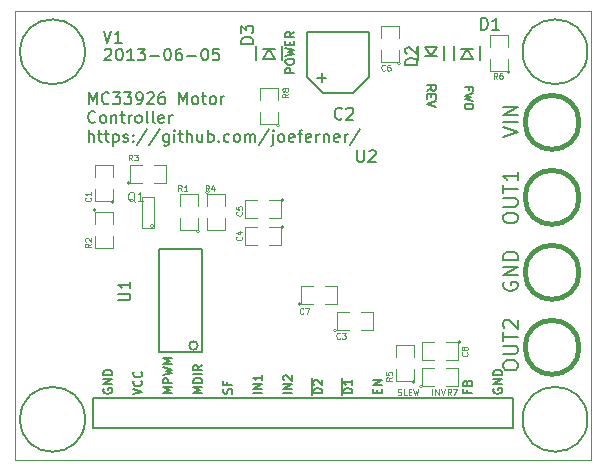
<source format=gto>
G04 (created by PCBNEW (2013-mar-13)-testing) date Sun 09 Jun 2013 10:00:02 PM EDT*
%MOIN*%
G04 Gerber Fmt 3.4, Leading zero omitted, Abs format*
%FSLAX34Y34*%
G01*
G70*
G90*
G04 APERTURE LIST*
%ADD10C,0.005906*%
%ADD11C,0.004921*%
%ADD12C,0.007874*%
%ADD13C,0.003937*%
%ADD14C,0.003900*%
%ADD15C,0.015000*%
%ADD16C,0.003100*%
%ADD17C,0.004300*%
%ADD18C,0.004700*%
G04 APERTURE END LIST*
G54D10*
G54D11*
X62050Y-58359D02*
X62050Y-58163D01*
X62144Y-58359D02*
X62144Y-58163D01*
X62256Y-58359D01*
X62256Y-58163D01*
X62322Y-58163D02*
X62387Y-58359D01*
X62453Y-58163D01*
X60900Y-58350D02*
X60928Y-58359D01*
X60975Y-58359D01*
X60994Y-58350D01*
X61003Y-58341D01*
X61012Y-58322D01*
X61012Y-58303D01*
X61003Y-58284D01*
X60994Y-58275D01*
X60975Y-58266D01*
X60937Y-58256D01*
X60919Y-58247D01*
X60909Y-58238D01*
X60900Y-58219D01*
X60900Y-58200D01*
X60909Y-58181D01*
X60919Y-58172D01*
X60937Y-58163D01*
X60984Y-58163D01*
X61012Y-58172D01*
X61190Y-58359D02*
X61097Y-58359D01*
X61097Y-58163D01*
X61256Y-58256D02*
X61322Y-58256D01*
X61350Y-58359D02*
X61256Y-58359D01*
X61256Y-58163D01*
X61350Y-58163D01*
X61415Y-58163D02*
X61462Y-58359D01*
X61500Y-58219D01*
X61537Y-58359D01*
X61584Y-58163D01*
G54D10*
X51090Y-58145D02*
X51076Y-58174D01*
X51076Y-58216D01*
X51090Y-58258D01*
X51118Y-58286D01*
X51146Y-58300D01*
X51202Y-58314D01*
X51244Y-58314D01*
X51301Y-58300D01*
X51329Y-58286D01*
X51357Y-58258D01*
X51371Y-58216D01*
X51371Y-58188D01*
X51357Y-58145D01*
X51343Y-58131D01*
X51244Y-58131D01*
X51244Y-58188D01*
X51371Y-58005D02*
X51076Y-58005D01*
X51371Y-57836D01*
X51076Y-57836D01*
X51371Y-57695D02*
X51076Y-57695D01*
X51076Y-57625D01*
X51090Y-57583D01*
X51118Y-57555D01*
X51146Y-57541D01*
X51202Y-57527D01*
X51244Y-57527D01*
X51301Y-57541D01*
X51329Y-57555D01*
X51357Y-57583D01*
X51371Y-57625D01*
X51371Y-57695D01*
X52076Y-58342D02*
X52371Y-58244D01*
X52076Y-58145D01*
X52343Y-57878D02*
X52357Y-57892D01*
X52371Y-57934D01*
X52371Y-57963D01*
X52357Y-58005D01*
X52329Y-58033D01*
X52301Y-58047D01*
X52244Y-58061D01*
X52202Y-58061D01*
X52146Y-58047D01*
X52118Y-58033D01*
X52090Y-58005D01*
X52076Y-57963D01*
X52076Y-57934D01*
X52090Y-57892D01*
X52104Y-57878D01*
X52343Y-57583D02*
X52357Y-57597D01*
X52371Y-57639D01*
X52371Y-57667D01*
X52357Y-57710D01*
X52329Y-57738D01*
X52301Y-57752D01*
X52244Y-57766D01*
X52202Y-57766D01*
X52146Y-57752D01*
X52118Y-57738D01*
X52090Y-57710D01*
X52076Y-57667D01*
X52076Y-57639D01*
X52090Y-57597D01*
X52104Y-57583D01*
X53371Y-58300D02*
X53076Y-58300D01*
X53287Y-58202D01*
X53076Y-58103D01*
X53371Y-58103D01*
X53371Y-57963D02*
X53076Y-57963D01*
X53076Y-57850D01*
X53090Y-57822D01*
X53104Y-57808D01*
X53132Y-57794D01*
X53174Y-57794D01*
X53202Y-57808D01*
X53216Y-57822D01*
X53230Y-57850D01*
X53230Y-57963D01*
X53076Y-57695D02*
X53371Y-57625D01*
X53160Y-57569D01*
X53371Y-57513D01*
X53076Y-57442D01*
X53371Y-57330D02*
X53076Y-57330D01*
X53287Y-57231D01*
X53076Y-57133D01*
X53371Y-57133D01*
X54371Y-58300D02*
X54076Y-58300D01*
X54287Y-58202D01*
X54076Y-58103D01*
X54371Y-58103D01*
X54371Y-57963D02*
X54076Y-57963D01*
X54076Y-57892D01*
X54090Y-57850D01*
X54118Y-57822D01*
X54146Y-57808D01*
X54202Y-57794D01*
X54244Y-57794D01*
X54301Y-57808D01*
X54329Y-57822D01*
X54357Y-57850D01*
X54371Y-57892D01*
X54371Y-57963D01*
X54371Y-57667D02*
X54076Y-57667D01*
X54371Y-57358D02*
X54230Y-57456D01*
X54371Y-57527D02*
X54076Y-57527D01*
X54076Y-57414D01*
X54090Y-57386D01*
X54104Y-57372D01*
X54132Y-57358D01*
X54174Y-57358D01*
X54202Y-57372D01*
X54216Y-57386D01*
X54230Y-57414D01*
X54230Y-57527D01*
X55357Y-58314D02*
X55371Y-58272D01*
X55371Y-58202D01*
X55357Y-58174D01*
X55343Y-58159D01*
X55315Y-58145D01*
X55287Y-58145D01*
X55258Y-58159D01*
X55244Y-58174D01*
X55230Y-58202D01*
X55216Y-58258D01*
X55202Y-58286D01*
X55188Y-58300D01*
X55160Y-58314D01*
X55132Y-58314D01*
X55104Y-58300D01*
X55090Y-58286D01*
X55076Y-58258D01*
X55076Y-58188D01*
X55090Y-58145D01*
X55216Y-57920D02*
X55216Y-58019D01*
X55371Y-58019D02*
X55076Y-58019D01*
X55076Y-57878D01*
X56371Y-58300D02*
X56076Y-58300D01*
X56371Y-58159D02*
X56076Y-58159D01*
X56371Y-57991D01*
X56076Y-57991D01*
X56371Y-57695D02*
X56371Y-57864D01*
X56371Y-57780D02*
X56076Y-57780D01*
X56118Y-57808D01*
X56146Y-57836D01*
X56160Y-57864D01*
X57371Y-58300D02*
X57076Y-58300D01*
X57371Y-58159D02*
X57076Y-58159D01*
X57371Y-57991D01*
X57076Y-57991D01*
X57104Y-57864D02*
X57090Y-57850D01*
X57076Y-57822D01*
X57076Y-57752D01*
X57090Y-57724D01*
X57104Y-57710D01*
X57132Y-57695D01*
X57160Y-57695D01*
X57202Y-57710D01*
X57371Y-57878D01*
X57371Y-57695D01*
X58371Y-58300D02*
X58076Y-58300D01*
X58076Y-58230D01*
X58090Y-58188D01*
X58118Y-58159D01*
X58146Y-58145D01*
X58202Y-58131D01*
X58244Y-58131D01*
X58301Y-58145D01*
X58329Y-58159D01*
X58357Y-58188D01*
X58371Y-58230D01*
X58371Y-58300D01*
X58104Y-58019D02*
X58090Y-58005D01*
X58076Y-57977D01*
X58076Y-57906D01*
X58090Y-57878D01*
X58104Y-57864D01*
X58132Y-57850D01*
X58160Y-57850D01*
X58202Y-57864D01*
X58371Y-58033D01*
X58371Y-57850D01*
X58025Y-58370D02*
X58025Y-57794D01*
X59371Y-58300D02*
X59076Y-58300D01*
X59076Y-58230D01*
X59090Y-58188D01*
X59118Y-58159D01*
X59146Y-58145D01*
X59202Y-58131D01*
X59244Y-58131D01*
X59301Y-58145D01*
X59329Y-58159D01*
X59357Y-58188D01*
X59371Y-58230D01*
X59371Y-58300D01*
X59371Y-57850D02*
X59371Y-58019D01*
X59371Y-57934D02*
X59076Y-57934D01*
X59118Y-57963D01*
X59146Y-57991D01*
X59160Y-58019D01*
X59025Y-58370D02*
X59025Y-57794D01*
X60216Y-58300D02*
X60216Y-58202D01*
X60371Y-58159D02*
X60371Y-58300D01*
X60076Y-58300D01*
X60076Y-58159D01*
X60371Y-58033D02*
X60076Y-58033D01*
X60371Y-57864D01*
X60076Y-57864D01*
X63216Y-58202D02*
X63216Y-58300D01*
X63371Y-58300D02*
X63076Y-58300D01*
X63076Y-58159D01*
X63216Y-57949D02*
X63230Y-57906D01*
X63244Y-57892D01*
X63272Y-57878D01*
X63315Y-57878D01*
X63343Y-57892D01*
X63357Y-57906D01*
X63371Y-57934D01*
X63371Y-58047D01*
X63076Y-58047D01*
X63076Y-57949D01*
X63090Y-57920D01*
X63104Y-57906D01*
X63132Y-57892D01*
X63160Y-57892D01*
X63188Y-57906D01*
X63202Y-57920D01*
X63216Y-57949D01*
X63216Y-58047D01*
X64090Y-58145D02*
X64076Y-58174D01*
X64076Y-58216D01*
X64090Y-58258D01*
X64118Y-58286D01*
X64146Y-58300D01*
X64202Y-58314D01*
X64244Y-58314D01*
X64301Y-58300D01*
X64329Y-58286D01*
X64357Y-58258D01*
X64371Y-58216D01*
X64371Y-58188D01*
X64357Y-58145D01*
X64343Y-58131D01*
X64244Y-58131D01*
X64244Y-58188D01*
X64371Y-58005D02*
X64076Y-58005D01*
X64371Y-57836D01*
X64076Y-57836D01*
X64371Y-57695D02*
X64076Y-57695D01*
X64076Y-57625D01*
X64090Y-57583D01*
X64118Y-57555D01*
X64146Y-57541D01*
X64202Y-57527D01*
X64244Y-57527D01*
X64301Y-57541D01*
X64329Y-57555D01*
X64357Y-57583D01*
X64371Y-57625D01*
X64371Y-57695D01*
G54D12*
X64403Y-57419D02*
X64403Y-57325D01*
X64427Y-57278D01*
X64474Y-57231D01*
X64567Y-57208D01*
X64731Y-57208D01*
X64825Y-57231D01*
X64872Y-57278D01*
X64895Y-57325D01*
X64895Y-57419D01*
X64872Y-57466D01*
X64825Y-57513D01*
X64731Y-57536D01*
X64567Y-57536D01*
X64474Y-57513D01*
X64427Y-57466D01*
X64403Y-57419D01*
X64403Y-56997D02*
X64802Y-56997D01*
X64848Y-56974D01*
X64872Y-56950D01*
X64895Y-56903D01*
X64895Y-56810D01*
X64872Y-56763D01*
X64848Y-56739D01*
X64802Y-56716D01*
X64403Y-56716D01*
X64403Y-56552D02*
X64403Y-56271D01*
X64895Y-56411D02*
X64403Y-56411D01*
X64450Y-56130D02*
X64427Y-56107D01*
X64403Y-56060D01*
X64403Y-55943D01*
X64427Y-55896D01*
X64450Y-55872D01*
X64497Y-55849D01*
X64544Y-55849D01*
X64614Y-55872D01*
X64895Y-56153D01*
X64895Y-55849D01*
X64427Y-54607D02*
X64403Y-54654D01*
X64403Y-54724D01*
X64427Y-54794D01*
X64474Y-54841D01*
X64520Y-54865D01*
X64614Y-54888D01*
X64684Y-54888D01*
X64778Y-54865D01*
X64825Y-54841D01*
X64872Y-54794D01*
X64895Y-54724D01*
X64895Y-54677D01*
X64872Y-54607D01*
X64848Y-54583D01*
X64684Y-54583D01*
X64684Y-54677D01*
X64895Y-54372D02*
X64403Y-54372D01*
X64895Y-54091D01*
X64403Y-54091D01*
X64895Y-53857D02*
X64403Y-53857D01*
X64403Y-53740D01*
X64427Y-53669D01*
X64474Y-53622D01*
X64520Y-53599D01*
X64614Y-53576D01*
X64684Y-53576D01*
X64778Y-53599D01*
X64825Y-53622D01*
X64872Y-53669D01*
X64895Y-53740D01*
X64895Y-53857D01*
X64403Y-52498D02*
X64403Y-52404D01*
X64427Y-52357D01*
X64474Y-52310D01*
X64567Y-52287D01*
X64731Y-52287D01*
X64825Y-52310D01*
X64872Y-52357D01*
X64895Y-52404D01*
X64895Y-52498D01*
X64872Y-52544D01*
X64825Y-52591D01*
X64731Y-52615D01*
X64567Y-52615D01*
X64474Y-52591D01*
X64427Y-52544D01*
X64403Y-52498D01*
X64403Y-52076D02*
X64802Y-52076D01*
X64848Y-52052D01*
X64872Y-52029D01*
X64895Y-51982D01*
X64895Y-51888D01*
X64872Y-51841D01*
X64848Y-51818D01*
X64802Y-51795D01*
X64403Y-51795D01*
X64403Y-51631D02*
X64403Y-51349D01*
X64895Y-51490D02*
X64403Y-51490D01*
X64895Y-50928D02*
X64895Y-51209D01*
X64895Y-51068D02*
X64403Y-51068D01*
X64474Y-51115D01*
X64520Y-51162D01*
X64544Y-51209D01*
X64403Y-49751D02*
X64895Y-49587D01*
X64403Y-49423D01*
X64895Y-49259D02*
X64403Y-49259D01*
X64895Y-49025D02*
X64403Y-49025D01*
X64895Y-48743D01*
X64403Y-48743D01*
G54D10*
X63276Y-48180D02*
X63276Y-48082D01*
X63122Y-48082D02*
X63417Y-48082D01*
X63417Y-48222D01*
X63417Y-48307D02*
X63122Y-48377D01*
X63333Y-48433D01*
X63122Y-48489D01*
X63417Y-48560D01*
X63122Y-48672D02*
X63417Y-48672D01*
X63417Y-48742D01*
X63403Y-48785D01*
X63375Y-48813D01*
X63347Y-48827D01*
X63291Y-48841D01*
X63248Y-48841D01*
X63192Y-48827D01*
X63164Y-48813D01*
X63136Y-48785D01*
X63122Y-48742D01*
X63122Y-48672D01*
X61862Y-48211D02*
X62003Y-48113D01*
X61862Y-48042D02*
X62157Y-48042D01*
X62157Y-48155D01*
X62143Y-48183D01*
X62129Y-48197D01*
X62101Y-48211D01*
X62059Y-48211D01*
X62031Y-48197D01*
X62017Y-48183D01*
X62003Y-48155D01*
X62003Y-48042D01*
X62017Y-48338D02*
X62017Y-48436D01*
X61862Y-48478D02*
X61862Y-48338D01*
X62157Y-48338D01*
X62157Y-48478D01*
X62157Y-48562D02*
X61862Y-48661D01*
X62157Y-48759D01*
X57444Y-47626D02*
X57149Y-47626D01*
X57149Y-47514D01*
X57163Y-47485D01*
X57177Y-47471D01*
X57205Y-47457D01*
X57247Y-47457D01*
X57275Y-47471D01*
X57289Y-47485D01*
X57303Y-47514D01*
X57303Y-47626D01*
X57149Y-47275D02*
X57149Y-47218D01*
X57163Y-47190D01*
X57191Y-47162D01*
X57247Y-47148D01*
X57346Y-47148D01*
X57402Y-47162D01*
X57430Y-47190D01*
X57444Y-47218D01*
X57444Y-47275D01*
X57430Y-47303D01*
X57402Y-47331D01*
X57346Y-47345D01*
X57247Y-47345D01*
X57191Y-47331D01*
X57163Y-47303D01*
X57149Y-47275D01*
X57149Y-47050D02*
X57444Y-46979D01*
X57233Y-46923D01*
X57444Y-46867D01*
X57149Y-46796D01*
X57289Y-46684D02*
X57289Y-46586D01*
X57444Y-46543D02*
X57444Y-46684D01*
X57149Y-46684D01*
X57149Y-46543D01*
X57444Y-46248D02*
X57303Y-46347D01*
X57444Y-46417D02*
X57149Y-46417D01*
X57149Y-46304D01*
X57163Y-46276D01*
X57177Y-46262D01*
X57205Y-46248D01*
X57247Y-46248D01*
X57275Y-46262D01*
X57289Y-46276D01*
X57303Y-46304D01*
X57303Y-46417D01*
G54D12*
X50593Y-48662D02*
X50593Y-48268D01*
X50724Y-48549D01*
X50856Y-48268D01*
X50856Y-48662D01*
X51268Y-48624D02*
X51249Y-48643D01*
X51193Y-48662D01*
X51156Y-48662D01*
X51099Y-48643D01*
X51062Y-48606D01*
X51043Y-48568D01*
X51024Y-48493D01*
X51024Y-48437D01*
X51043Y-48362D01*
X51062Y-48324D01*
X51099Y-48287D01*
X51156Y-48268D01*
X51193Y-48268D01*
X51249Y-48287D01*
X51268Y-48306D01*
X51399Y-48268D02*
X51643Y-48268D01*
X51512Y-48418D01*
X51568Y-48418D01*
X51606Y-48437D01*
X51624Y-48456D01*
X51643Y-48493D01*
X51643Y-48587D01*
X51624Y-48624D01*
X51606Y-48643D01*
X51568Y-48662D01*
X51456Y-48662D01*
X51418Y-48643D01*
X51399Y-48624D01*
X51774Y-48268D02*
X52018Y-48268D01*
X51887Y-48418D01*
X51943Y-48418D01*
X51981Y-48437D01*
X51999Y-48456D01*
X52018Y-48493D01*
X52018Y-48587D01*
X51999Y-48624D01*
X51981Y-48643D01*
X51943Y-48662D01*
X51831Y-48662D01*
X51793Y-48643D01*
X51774Y-48624D01*
X52206Y-48662D02*
X52281Y-48662D01*
X52318Y-48643D01*
X52337Y-48624D01*
X52374Y-48568D01*
X52393Y-48493D01*
X52393Y-48343D01*
X52374Y-48306D01*
X52356Y-48287D01*
X52318Y-48268D01*
X52243Y-48268D01*
X52206Y-48287D01*
X52187Y-48306D01*
X52168Y-48343D01*
X52168Y-48437D01*
X52187Y-48474D01*
X52206Y-48493D01*
X52243Y-48512D01*
X52318Y-48512D01*
X52356Y-48493D01*
X52374Y-48474D01*
X52393Y-48437D01*
X52543Y-48306D02*
X52562Y-48287D01*
X52599Y-48268D01*
X52693Y-48268D01*
X52730Y-48287D01*
X52749Y-48306D01*
X52768Y-48343D01*
X52768Y-48381D01*
X52749Y-48437D01*
X52524Y-48662D01*
X52768Y-48662D01*
X53105Y-48268D02*
X53030Y-48268D01*
X52993Y-48287D01*
X52974Y-48306D01*
X52937Y-48362D01*
X52918Y-48437D01*
X52918Y-48587D01*
X52937Y-48624D01*
X52955Y-48643D01*
X52993Y-48662D01*
X53068Y-48662D01*
X53105Y-48643D01*
X53124Y-48624D01*
X53143Y-48587D01*
X53143Y-48493D01*
X53124Y-48456D01*
X53105Y-48437D01*
X53068Y-48418D01*
X52993Y-48418D01*
X52955Y-48437D01*
X52937Y-48456D01*
X52918Y-48493D01*
X53612Y-48662D02*
X53612Y-48268D01*
X53743Y-48549D01*
X53874Y-48268D01*
X53874Y-48662D01*
X54118Y-48662D02*
X54080Y-48643D01*
X54062Y-48624D01*
X54043Y-48587D01*
X54043Y-48474D01*
X54062Y-48437D01*
X54080Y-48418D01*
X54118Y-48399D01*
X54174Y-48399D01*
X54212Y-48418D01*
X54230Y-48437D01*
X54249Y-48474D01*
X54249Y-48587D01*
X54230Y-48624D01*
X54212Y-48643D01*
X54174Y-48662D01*
X54118Y-48662D01*
X54362Y-48399D02*
X54511Y-48399D01*
X54418Y-48268D02*
X54418Y-48606D01*
X54437Y-48643D01*
X54474Y-48662D01*
X54511Y-48662D01*
X54699Y-48662D02*
X54661Y-48643D01*
X54643Y-48624D01*
X54624Y-48587D01*
X54624Y-48474D01*
X54643Y-48437D01*
X54661Y-48418D01*
X54699Y-48399D01*
X54755Y-48399D01*
X54793Y-48418D01*
X54811Y-48437D01*
X54830Y-48474D01*
X54830Y-48587D01*
X54811Y-48624D01*
X54793Y-48643D01*
X54755Y-48662D01*
X54699Y-48662D01*
X54999Y-48662D02*
X54999Y-48399D01*
X54999Y-48474D02*
X55018Y-48437D01*
X55036Y-48418D01*
X55074Y-48399D01*
X55111Y-48399D01*
X50818Y-49254D02*
X50799Y-49273D01*
X50743Y-49292D01*
X50706Y-49292D01*
X50649Y-49273D01*
X50612Y-49236D01*
X50593Y-49198D01*
X50574Y-49123D01*
X50574Y-49067D01*
X50593Y-48992D01*
X50612Y-48954D01*
X50649Y-48917D01*
X50706Y-48898D01*
X50743Y-48898D01*
X50799Y-48917D01*
X50818Y-48936D01*
X51043Y-49292D02*
X51006Y-49273D01*
X50987Y-49254D01*
X50968Y-49217D01*
X50968Y-49104D01*
X50987Y-49067D01*
X51006Y-49048D01*
X51043Y-49029D01*
X51099Y-49029D01*
X51137Y-49048D01*
X51156Y-49067D01*
X51174Y-49104D01*
X51174Y-49217D01*
X51156Y-49254D01*
X51137Y-49273D01*
X51099Y-49292D01*
X51043Y-49292D01*
X51343Y-49029D02*
X51343Y-49292D01*
X51343Y-49067D02*
X51362Y-49048D01*
X51399Y-49029D01*
X51456Y-49029D01*
X51493Y-49048D01*
X51512Y-49086D01*
X51512Y-49292D01*
X51643Y-49029D02*
X51793Y-49029D01*
X51699Y-48898D02*
X51699Y-49236D01*
X51718Y-49273D01*
X51756Y-49292D01*
X51793Y-49292D01*
X51924Y-49292D02*
X51924Y-49029D01*
X51924Y-49104D02*
X51943Y-49067D01*
X51962Y-49048D01*
X51999Y-49029D01*
X52037Y-49029D01*
X52224Y-49292D02*
X52187Y-49273D01*
X52168Y-49254D01*
X52149Y-49217D01*
X52149Y-49104D01*
X52168Y-49067D01*
X52187Y-49048D01*
X52224Y-49029D01*
X52281Y-49029D01*
X52318Y-49048D01*
X52337Y-49067D01*
X52356Y-49104D01*
X52356Y-49217D01*
X52337Y-49254D01*
X52318Y-49273D01*
X52281Y-49292D01*
X52224Y-49292D01*
X52580Y-49292D02*
X52543Y-49273D01*
X52524Y-49236D01*
X52524Y-48898D01*
X52787Y-49292D02*
X52749Y-49273D01*
X52730Y-49236D01*
X52730Y-48898D01*
X53087Y-49273D02*
X53049Y-49292D01*
X52974Y-49292D01*
X52937Y-49273D01*
X52918Y-49236D01*
X52918Y-49086D01*
X52937Y-49048D01*
X52974Y-49029D01*
X53049Y-49029D01*
X53087Y-49048D01*
X53105Y-49086D01*
X53105Y-49123D01*
X52918Y-49161D01*
X53274Y-49292D02*
X53274Y-49029D01*
X53274Y-49104D02*
X53293Y-49067D01*
X53312Y-49048D01*
X53349Y-49029D01*
X53387Y-49029D01*
X50593Y-49922D02*
X50593Y-49528D01*
X50762Y-49922D02*
X50762Y-49715D01*
X50743Y-49678D01*
X50706Y-49659D01*
X50649Y-49659D01*
X50612Y-49678D01*
X50593Y-49697D01*
X50893Y-49659D02*
X51043Y-49659D01*
X50949Y-49528D02*
X50949Y-49865D01*
X50968Y-49903D01*
X51006Y-49922D01*
X51043Y-49922D01*
X51118Y-49659D02*
X51268Y-49659D01*
X51174Y-49528D02*
X51174Y-49865D01*
X51193Y-49903D01*
X51231Y-49922D01*
X51268Y-49922D01*
X51399Y-49659D02*
X51399Y-50053D01*
X51399Y-49678D02*
X51437Y-49659D01*
X51512Y-49659D01*
X51549Y-49678D01*
X51568Y-49697D01*
X51587Y-49734D01*
X51587Y-49847D01*
X51568Y-49884D01*
X51549Y-49903D01*
X51512Y-49922D01*
X51437Y-49922D01*
X51399Y-49903D01*
X51737Y-49903D02*
X51774Y-49922D01*
X51849Y-49922D01*
X51887Y-49903D01*
X51906Y-49865D01*
X51906Y-49847D01*
X51887Y-49809D01*
X51849Y-49790D01*
X51793Y-49790D01*
X51756Y-49772D01*
X51737Y-49734D01*
X51737Y-49715D01*
X51756Y-49678D01*
X51793Y-49659D01*
X51849Y-49659D01*
X51887Y-49678D01*
X52074Y-49884D02*
X52093Y-49903D01*
X52074Y-49922D01*
X52056Y-49903D01*
X52074Y-49884D01*
X52074Y-49922D01*
X52074Y-49678D02*
X52093Y-49697D01*
X52074Y-49715D01*
X52056Y-49697D01*
X52074Y-49678D01*
X52074Y-49715D01*
X52543Y-49509D02*
X52206Y-50015D01*
X52955Y-49509D02*
X52618Y-50015D01*
X53255Y-49659D02*
X53255Y-49978D01*
X53237Y-50015D01*
X53218Y-50034D01*
X53180Y-50053D01*
X53124Y-50053D01*
X53087Y-50034D01*
X53255Y-49903D02*
X53218Y-49922D01*
X53143Y-49922D01*
X53105Y-49903D01*
X53087Y-49884D01*
X53068Y-49847D01*
X53068Y-49734D01*
X53087Y-49697D01*
X53105Y-49678D01*
X53143Y-49659D01*
X53218Y-49659D01*
X53255Y-49678D01*
X53443Y-49922D02*
X53443Y-49659D01*
X53443Y-49528D02*
X53424Y-49547D01*
X53443Y-49565D01*
X53462Y-49547D01*
X53443Y-49528D01*
X53443Y-49565D01*
X53574Y-49659D02*
X53724Y-49659D01*
X53630Y-49528D02*
X53630Y-49865D01*
X53649Y-49903D01*
X53687Y-49922D01*
X53724Y-49922D01*
X53855Y-49922D02*
X53855Y-49528D01*
X54024Y-49922D02*
X54024Y-49715D01*
X54005Y-49678D01*
X53968Y-49659D01*
X53912Y-49659D01*
X53874Y-49678D01*
X53855Y-49697D01*
X54380Y-49659D02*
X54380Y-49922D01*
X54212Y-49659D02*
X54212Y-49865D01*
X54230Y-49903D01*
X54268Y-49922D01*
X54324Y-49922D01*
X54362Y-49903D01*
X54380Y-49884D01*
X54568Y-49922D02*
X54568Y-49528D01*
X54568Y-49678D02*
X54605Y-49659D01*
X54680Y-49659D01*
X54718Y-49678D01*
X54736Y-49697D01*
X54755Y-49734D01*
X54755Y-49847D01*
X54736Y-49884D01*
X54718Y-49903D01*
X54680Y-49922D01*
X54605Y-49922D01*
X54568Y-49903D01*
X54924Y-49884D02*
X54943Y-49903D01*
X54924Y-49922D01*
X54905Y-49903D01*
X54924Y-49884D01*
X54924Y-49922D01*
X55280Y-49903D02*
X55243Y-49922D01*
X55168Y-49922D01*
X55130Y-49903D01*
X55111Y-49884D01*
X55093Y-49847D01*
X55093Y-49734D01*
X55111Y-49697D01*
X55130Y-49678D01*
X55168Y-49659D01*
X55243Y-49659D01*
X55280Y-49678D01*
X55505Y-49922D02*
X55468Y-49903D01*
X55449Y-49884D01*
X55430Y-49847D01*
X55430Y-49734D01*
X55449Y-49697D01*
X55468Y-49678D01*
X55505Y-49659D01*
X55561Y-49659D01*
X55599Y-49678D01*
X55618Y-49697D01*
X55636Y-49734D01*
X55636Y-49847D01*
X55618Y-49884D01*
X55599Y-49903D01*
X55561Y-49922D01*
X55505Y-49922D01*
X55805Y-49922D02*
X55805Y-49659D01*
X55805Y-49697D02*
X55824Y-49678D01*
X55861Y-49659D01*
X55918Y-49659D01*
X55955Y-49678D01*
X55974Y-49715D01*
X55974Y-49922D01*
X55974Y-49715D02*
X55993Y-49678D01*
X56030Y-49659D01*
X56086Y-49659D01*
X56124Y-49678D01*
X56143Y-49715D01*
X56143Y-49922D01*
X56611Y-49509D02*
X56274Y-50015D01*
X56742Y-49659D02*
X56742Y-49997D01*
X56724Y-50034D01*
X56686Y-50053D01*
X56667Y-50053D01*
X56742Y-49528D02*
X56724Y-49547D01*
X56742Y-49565D01*
X56761Y-49547D01*
X56742Y-49528D01*
X56742Y-49565D01*
X56986Y-49922D02*
X56949Y-49903D01*
X56930Y-49884D01*
X56911Y-49847D01*
X56911Y-49734D01*
X56930Y-49697D01*
X56949Y-49678D01*
X56986Y-49659D01*
X57042Y-49659D01*
X57080Y-49678D01*
X57099Y-49697D01*
X57117Y-49734D01*
X57117Y-49847D01*
X57099Y-49884D01*
X57080Y-49903D01*
X57042Y-49922D01*
X56986Y-49922D01*
X57436Y-49903D02*
X57399Y-49922D01*
X57324Y-49922D01*
X57286Y-49903D01*
X57267Y-49865D01*
X57267Y-49715D01*
X57286Y-49678D01*
X57324Y-49659D01*
X57399Y-49659D01*
X57436Y-49678D01*
X57455Y-49715D01*
X57455Y-49753D01*
X57267Y-49790D01*
X57567Y-49659D02*
X57717Y-49659D01*
X57624Y-49922D02*
X57624Y-49584D01*
X57642Y-49547D01*
X57680Y-49528D01*
X57717Y-49528D01*
X57999Y-49903D02*
X57961Y-49922D01*
X57886Y-49922D01*
X57849Y-49903D01*
X57830Y-49865D01*
X57830Y-49715D01*
X57849Y-49678D01*
X57886Y-49659D01*
X57961Y-49659D01*
X57999Y-49678D01*
X58017Y-49715D01*
X58017Y-49753D01*
X57830Y-49790D01*
X58186Y-49922D02*
X58186Y-49659D01*
X58186Y-49734D02*
X58205Y-49697D01*
X58224Y-49678D01*
X58261Y-49659D01*
X58299Y-49659D01*
X58430Y-49659D02*
X58430Y-49922D01*
X58430Y-49697D02*
X58449Y-49678D01*
X58486Y-49659D01*
X58542Y-49659D01*
X58580Y-49678D01*
X58598Y-49715D01*
X58598Y-49922D01*
X58936Y-49903D02*
X58898Y-49922D01*
X58823Y-49922D01*
X58786Y-49903D01*
X58767Y-49865D01*
X58767Y-49715D01*
X58786Y-49678D01*
X58823Y-49659D01*
X58898Y-49659D01*
X58936Y-49678D01*
X58955Y-49715D01*
X58955Y-49753D01*
X58767Y-49790D01*
X59123Y-49922D02*
X59123Y-49659D01*
X59123Y-49734D02*
X59142Y-49697D01*
X59161Y-49678D01*
X59198Y-49659D01*
X59236Y-49659D01*
X59648Y-49509D02*
X59311Y-50015D01*
X51126Y-46849D02*
X51144Y-46830D01*
X51182Y-46811D01*
X51276Y-46811D01*
X51313Y-46830D01*
X51332Y-46849D01*
X51351Y-46886D01*
X51351Y-46924D01*
X51332Y-46980D01*
X51107Y-47205D01*
X51351Y-47205D01*
X51594Y-46811D02*
X51632Y-46811D01*
X51669Y-46830D01*
X51688Y-46849D01*
X51707Y-46886D01*
X51726Y-46961D01*
X51726Y-47055D01*
X51707Y-47130D01*
X51688Y-47168D01*
X51669Y-47186D01*
X51632Y-47205D01*
X51594Y-47205D01*
X51557Y-47186D01*
X51538Y-47168D01*
X51519Y-47130D01*
X51501Y-47055D01*
X51501Y-46961D01*
X51519Y-46886D01*
X51538Y-46849D01*
X51557Y-46830D01*
X51594Y-46811D01*
X52101Y-47205D02*
X51876Y-47205D01*
X51988Y-47205D02*
X51988Y-46811D01*
X51951Y-46868D01*
X51913Y-46905D01*
X51876Y-46924D01*
X52232Y-46811D02*
X52476Y-46811D01*
X52344Y-46961D01*
X52401Y-46961D01*
X52438Y-46980D01*
X52457Y-46999D01*
X52476Y-47036D01*
X52476Y-47130D01*
X52457Y-47168D01*
X52438Y-47186D01*
X52401Y-47205D01*
X52288Y-47205D01*
X52251Y-47186D01*
X52232Y-47168D01*
X52644Y-47055D02*
X52944Y-47055D01*
X53207Y-46811D02*
X53244Y-46811D01*
X53282Y-46830D01*
X53300Y-46849D01*
X53319Y-46886D01*
X53338Y-46961D01*
X53338Y-47055D01*
X53319Y-47130D01*
X53300Y-47168D01*
X53282Y-47186D01*
X53244Y-47205D01*
X53207Y-47205D01*
X53169Y-47186D01*
X53150Y-47168D01*
X53132Y-47130D01*
X53113Y-47055D01*
X53113Y-46961D01*
X53132Y-46886D01*
X53150Y-46849D01*
X53169Y-46830D01*
X53207Y-46811D01*
X53675Y-46811D02*
X53600Y-46811D01*
X53563Y-46830D01*
X53544Y-46849D01*
X53507Y-46905D01*
X53488Y-46980D01*
X53488Y-47130D01*
X53507Y-47168D01*
X53525Y-47186D01*
X53563Y-47205D01*
X53638Y-47205D01*
X53675Y-47186D01*
X53694Y-47168D01*
X53713Y-47130D01*
X53713Y-47036D01*
X53694Y-46999D01*
X53675Y-46980D01*
X53638Y-46961D01*
X53563Y-46961D01*
X53525Y-46980D01*
X53507Y-46999D01*
X53488Y-47036D01*
X53882Y-47055D02*
X54182Y-47055D01*
X54444Y-46811D02*
X54482Y-46811D01*
X54519Y-46830D01*
X54538Y-46849D01*
X54556Y-46886D01*
X54575Y-46961D01*
X54575Y-47055D01*
X54556Y-47130D01*
X54538Y-47168D01*
X54519Y-47186D01*
X54482Y-47205D01*
X54444Y-47205D01*
X54407Y-47186D01*
X54388Y-47168D01*
X54369Y-47130D01*
X54350Y-47055D01*
X54350Y-46961D01*
X54369Y-46886D01*
X54388Y-46849D01*
X54407Y-46830D01*
X54444Y-46811D01*
X54931Y-46811D02*
X54744Y-46811D01*
X54725Y-46999D01*
X54744Y-46980D01*
X54781Y-46961D01*
X54875Y-46961D01*
X54913Y-46980D01*
X54931Y-46999D01*
X54950Y-47036D01*
X54950Y-47130D01*
X54931Y-47168D01*
X54913Y-47186D01*
X54875Y-47205D01*
X54781Y-47205D01*
X54744Y-47186D01*
X54725Y-47168D01*
X51088Y-46221D02*
X51219Y-46615D01*
X51351Y-46221D01*
X51688Y-46615D02*
X51463Y-46615D01*
X51576Y-46615D02*
X51576Y-46221D01*
X51538Y-46277D01*
X51501Y-46315D01*
X51463Y-46333D01*
G54D13*
X48137Y-60531D02*
X48137Y-45570D01*
X67330Y-60531D02*
X48137Y-60531D01*
X67330Y-45570D02*
X67330Y-60531D01*
X48137Y-45570D02*
X67330Y-45570D01*
G54D14*
X51440Y-51929D02*
G75*
G03X51440Y-51929I-50J0D01*
G74*
G01*
X51390Y-51479D02*
X51390Y-51879D01*
X51390Y-51879D02*
X50790Y-51879D01*
X50790Y-51879D02*
X50790Y-51479D01*
X50790Y-51079D02*
X50790Y-50679D01*
X50790Y-50679D02*
X51390Y-50679D01*
X51390Y-50679D02*
X51390Y-51079D01*
X58856Y-56205D02*
G75*
G03X58856Y-56205I-50J0D01*
G74*
G01*
X59256Y-56205D02*
X58856Y-56205D01*
X58856Y-56205D02*
X58856Y-55605D01*
X58856Y-55605D02*
X59256Y-55605D01*
X59656Y-55605D02*
X60056Y-55605D01*
X60056Y-55605D02*
X60056Y-56205D01*
X60056Y-56205D02*
X59656Y-56205D01*
X57105Y-52751D02*
G75*
G03X57105Y-52751I-50J0D01*
G74*
G01*
X56605Y-52751D02*
X57005Y-52751D01*
X57005Y-52751D02*
X57005Y-53351D01*
X57005Y-53351D02*
X56605Y-53351D01*
X56205Y-53351D02*
X55805Y-53351D01*
X55805Y-53351D02*
X55805Y-52751D01*
X55805Y-52751D02*
X56205Y-52751D01*
X57105Y-51865D02*
G75*
G03X57105Y-51865I-50J0D01*
G74*
G01*
X56605Y-51865D02*
X57005Y-51865D01*
X57005Y-51865D02*
X57005Y-52465D01*
X57005Y-52465D02*
X56605Y-52465D01*
X56205Y-52465D02*
X55805Y-52465D01*
X55805Y-52465D02*
X55805Y-51865D01*
X55805Y-51865D02*
X56205Y-51865D01*
X60987Y-47303D02*
G75*
G03X60987Y-47303I-50J0D01*
G74*
G01*
X60937Y-46853D02*
X60937Y-47253D01*
X60937Y-47253D02*
X60337Y-47253D01*
X60337Y-47253D02*
X60337Y-46853D01*
X60337Y-46453D02*
X60337Y-46053D01*
X60337Y-46053D02*
X60937Y-46053D01*
X60937Y-46053D02*
X60937Y-46453D01*
X57675Y-55319D02*
G75*
G03X57675Y-55319I-50J0D01*
G74*
G01*
X58075Y-55319D02*
X57675Y-55319D01*
X57675Y-55319D02*
X57675Y-54719D01*
X57675Y-54719D02*
X58075Y-54719D01*
X58475Y-54719D02*
X58875Y-54719D01*
X58875Y-54719D02*
X58875Y-55319D01*
X58875Y-55319D02*
X58475Y-55319D01*
X63011Y-56589D02*
G75*
G03X63011Y-56589I-50J0D01*
G74*
G01*
X62511Y-56589D02*
X62911Y-56589D01*
X62911Y-56589D02*
X62911Y-57189D01*
X62911Y-57189D02*
X62511Y-57189D01*
X62111Y-57189D02*
X61711Y-57189D01*
X61711Y-57189D02*
X61711Y-56589D01*
X61711Y-56589D02*
X62111Y-56589D01*
G54D10*
X63000Y-46830D02*
X63393Y-46830D01*
X63000Y-47145D02*
X63393Y-47145D01*
X63393Y-47145D02*
X63196Y-46830D01*
X63196Y-46830D02*
X63000Y-47145D01*
X63629Y-47185D02*
X63629Y-46712D01*
X62763Y-47185D02*
X62763Y-46712D01*
X62212Y-47066D02*
X61818Y-47066D01*
X62212Y-46751D02*
X61818Y-46751D01*
X61818Y-46751D02*
X62015Y-47066D01*
X62015Y-47066D02*
X62212Y-46751D01*
X61582Y-46712D02*
X61582Y-47185D01*
X62448Y-46712D02*
X62448Y-47185D01*
X56405Y-46830D02*
X56799Y-46830D01*
X56405Y-47145D02*
X56799Y-47145D01*
X56799Y-47145D02*
X56602Y-46830D01*
X56602Y-46830D02*
X56405Y-47145D01*
X57035Y-47185D02*
X57035Y-46712D01*
X56169Y-47185D02*
X56169Y-46712D01*
X50737Y-58469D02*
X64737Y-58469D01*
X64737Y-58469D02*
X64737Y-59469D01*
X64737Y-59469D02*
X50737Y-59469D01*
X50737Y-59469D02*
X50737Y-58469D01*
X67220Y-59169D02*
G75*
G03X67220Y-59169I-1082J0D01*
G74*
G01*
X50470Y-46919D02*
G75*
G03X50470Y-46919I-1082J0D01*
G74*
G01*
X50470Y-59169D02*
G75*
G03X50470Y-59169I-1082J0D01*
G74*
G01*
X67220Y-46919D02*
G75*
G03X67220Y-46919I-1082J0D01*
G74*
G01*
G54D15*
X66937Y-49270D02*
G75*
G03X66937Y-49270I-900J0D01*
G74*
G01*
X66937Y-51770D02*
G75*
G03X66937Y-51770I-900J0D01*
G74*
G01*
X66937Y-56770D02*
G75*
G03X66937Y-56770I-900J0D01*
G74*
G01*
X66937Y-54270D02*
G75*
G03X66937Y-54270I-900J0D01*
G74*
G01*
G54D16*
X52767Y-52726D02*
G75*
G03X52767Y-52726I-62J0D01*
G74*
G01*
X52366Y-51763D02*
X52766Y-51763D01*
X52366Y-52788D02*
X52766Y-52788D01*
X52766Y-51763D02*
X52766Y-52788D01*
X52366Y-52788D02*
X52366Y-51763D01*
G54D14*
X54294Y-52913D02*
G75*
G03X54294Y-52913I-50J0D01*
G74*
G01*
X54244Y-52463D02*
X54244Y-52863D01*
X54244Y-52863D02*
X53644Y-52863D01*
X53644Y-52863D02*
X53644Y-52463D01*
X53644Y-52063D02*
X53644Y-51663D01*
X53644Y-51663D02*
X54244Y-51663D01*
X54244Y-51663D02*
X54244Y-52063D01*
X50840Y-52204D02*
G75*
G03X50840Y-52204I-50J0D01*
G74*
G01*
X50790Y-52654D02*
X50790Y-52254D01*
X50790Y-52254D02*
X51390Y-52254D01*
X51390Y-52254D02*
X51390Y-52654D01*
X51390Y-53054D02*
X51390Y-53454D01*
X51390Y-53454D02*
X50790Y-53454D01*
X50790Y-53454D02*
X50790Y-53054D01*
X51966Y-51284D02*
G75*
G03X51966Y-51284I-50J0D01*
G74*
G01*
X52366Y-51284D02*
X51966Y-51284D01*
X51966Y-51284D02*
X51966Y-50684D01*
X51966Y-50684D02*
X52366Y-50684D01*
X52766Y-50684D02*
X53166Y-50684D01*
X53166Y-50684D02*
X53166Y-51284D01*
X53166Y-51284D02*
X52766Y-51284D01*
X54580Y-51613D02*
G75*
G03X54580Y-51613I-50J0D01*
G74*
G01*
X54530Y-52063D02*
X54530Y-51663D01*
X54530Y-51663D02*
X55130Y-51663D01*
X55130Y-51663D02*
X55130Y-52063D01*
X55130Y-52463D02*
X55130Y-52863D01*
X55130Y-52863D02*
X54530Y-52863D01*
X54530Y-52863D02*
X54530Y-52463D01*
X61479Y-57933D02*
G75*
G03X61479Y-57933I-50J0D01*
G74*
G01*
X61429Y-57483D02*
X61429Y-57883D01*
X61429Y-57883D02*
X60829Y-57883D01*
X60829Y-57883D02*
X60829Y-57483D01*
X60829Y-57083D02*
X60829Y-56683D01*
X60829Y-56683D02*
X61429Y-56683D01*
X61429Y-56683D02*
X61429Y-57083D01*
X64629Y-47598D02*
G75*
G03X64629Y-47598I-50J0D01*
G74*
G01*
X64579Y-47148D02*
X64579Y-47548D01*
X64579Y-47548D02*
X63979Y-47548D01*
X63979Y-47548D02*
X63979Y-47148D01*
X63979Y-46748D02*
X63979Y-46348D01*
X63979Y-46348D02*
X64579Y-46348D01*
X64579Y-46348D02*
X64579Y-46748D01*
X61711Y-58075D02*
G75*
G03X61711Y-58075I-50J0D01*
G74*
G01*
X62111Y-58075D02*
X61711Y-58075D01*
X61711Y-58075D02*
X61711Y-57475D01*
X61711Y-57475D02*
X62111Y-57475D01*
X62511Y-57475D02*
X62911Y-57475D01*
X62911Y-57475D02*
X62911Y-58075D01*
X62911Y-58075D02*
X62511Y-58075D01*
X56952Y-49370D02*
G75*
G03X56952Y-49370I-50J0D01*
G74*
G01*
X56902Y-48920D02*
X56902Y-49320D01*
X56902Y-49320D02*
X56302Y-49320D01*
X56302Y-49320D02*
X56302Y-48920D01*
X56302Y-48520D02*
X56302Y-48120D01*
X56302Y-48120D02*
X56902Y-48120D01*
X56902Y-48120D02*
X56902Y-48520D01*
G54D10*
X54224Y-56712D02*
G75*
G03X54224Y-56712I-141J0D01*
G74*
G01*
X52940Y-56938D02*
X52940Y-53494D01*
X52940Y-53494D02*
X54358Y-53494D01*
X54358Y-53494D02*
X54358Y-56938D01*
X54358Y-56938D02*
X52940Y-56938D01*
X59400Y-48307D02*
X59947Y-47760D01*
X57860Y-47760D02*
X58407Y-48307D01*
X58407Y-48307D02*
X59400Y-48307D01*
X59947Y-46260D02*
X59947Y-47760D01*
X57860Y-46260D02*
X57860Y-47760D01*
X57860Y-46260D02*
X59947Y-46260D01*
G54D17*
X50649Y-51784D02*
X50658Y-51794D01*
X50667Y-51822D01*
X50667Y-51841D01*
X50658Y-51869D01*
X50639Y-51887D01*
X50620Y-51897D01*
X50583Y-51906D01*
X50555Y-51906D01*
X50517Y-51897D01*
X50499Y-51887D01*
X50480Y-51869D01*
X50470Y-51841D01*
X50470Y-51822D01*
X50480Y-51794D01*
X50489Y-51784D01*
X50667Y-51597D02*
X50667Y-51709D01*
X50667Y-51653D02*
X50470Y-51653D01*
X50499Y-51672D01*
X50517Y-51690D01*
X50527Y-51709D01*
X58971Y-56467D02*
X58961Y-56477D01*
X58933Y-56486D01*
X58914Y-56486D01*
X58886Y-56477D01*
X58867Y-56458D01*
X58858Y-56439D01*
X58849Y-56402D01*
X58849Y-56374D01*
X58858Y-56336D01*
X58867Y-56317D01*
X58886Y-56299D01*
X58914Y-56289D01*
X58933Y-56289D01*
X58961Y-56299D01*
X58971Y-56308D01*
X59036Y-56289D02*
X59158Y-56289D01*
X59093Y-56364D01*
X59121Y-56364D01*
X59139Y-56374D01*
X59149Y-56383D01*
X59158Y-56402D01*
X59158Y-56449D01*
X59149Y-56467D01*
X59139Y-56477D01*
X59121Y-56486D01*
X59064Y-56486D01*
X59046Y-56477D01*
X59036Y-56467D01*
X55688Y-53084D02*
X55697Y-53093D01*
X55707Y-53121D01*
X55707Y-53140D01*
X55697Y-53168D01*
X55679Y-53187D01*
X55660Y-53196D01*
X55622Y-53205D01*
X55594Y-53205D01*
X55557Y-53196D01*
X55538Y-53187D01*
X55519Y-53168D01*
X55510Y-53140D01*
X55510Y-53121D01*
X55519Y-53093D01*
X55528Y-53084D01*
X55575Y-52915D02*
X55707Y-52915D01*
X55500Y-52962D02*
X55641Y-53008D01*
X55641Y-52887D01*
X55688Y-52257D02*
X55697Y-52266D01*
X55707Y-52294D01*
X55707Y-52313D01*
X55697Y-52341D01*
X55679Y-52360D01*
X55660Y-52369D01*
X55622Y-52379D01*
X55594Y-52379D01*
X55557Y-52369D01*
X55538Y-52360D01*
X55519Y-52341D01*
X55510Y-52313D01*
X55510Y-52294D01*
X55519Y-52266D01*
X55528Y-52257D01*
X55510Y-52079D02*
X55510Y-52172D01*
X55604Y-52182D01*
X55594Y-52172D01*
X55585Y-52154D01*
X55585Y-52107D01*
X55594Y-52088D01*
X55604Y-52079D01*
X55622Y-52069D01*
X55669Y-52069D01*
X55688Y-52079D01*
X55697Y-52088D01*
X55707Y-52107D01*
X55707Y-52154D01*
X55697Y-52172D01*
X55688Y-52182D01*
X60467Y-47530D02*
X60457Y-47540D01*
X60429Y-47549D01*
X60410Y-47549D01*
X60382Y-47540D01*
X60363Y-47521D01*
X60354Y-47502D01*
X60345Y-47465D01*
X60345Y-47437D01*
X60354Y-47399D01*
X60363Y-47380D01*
X60382Y-47362D01*
X60410Y-47352D01*
X60429Y-47352D01*
X60457Y-47362D01*
X60467Y-47371D01*
X60636Y-47352D02*
X60598Y-47352D01*
X60579Y-47362D01*
X60570Y-47371D01*
X60551Y-47399D01*
X60542Y-47437D01*
X60542Y-47512D01*
X60551Y-47530D01*
X60560Y-47540D01*
X60579Y-47549D01*
X60617Y-47549D01*
X60636Y-47540D01*
X60645Y-47530D01*
X60654Y-47512D01*
X60654Y-47465D01*
X60645Y-47446D01*
X60636Y-47437D01*
X60617Y-47427D01*
X60579Y-47427D01*
X60560Y-47437D01*
X60551Y-47446D01*
X60542Y-47465D01*
X57750Y-55641D02*
X57741Y-55650D01*
X57713Y-55659D01*
X57694Y-55659D01*
X57666Y-55650D01*
X57647Y-55631D01*
X57638Y-55613D01*
X57628Y-55575D01*
X57628Y-55547D01*
X57638Y-55509D01*
X57647Y-55491D01*
X57666Y-55472D01*
X57694Y-55462D01*
X57713Y-55462D01*
X57741Y-55472D01*
X57750Y-55481D01*
X57816Y-55462D02*
X57947Y-55462D01*
X57863Y-55659D01*
X63208Y-56942D02*
X63217Y-56951D01*
X63226Y-56979D01*
X63226Y-56998D01*
X63217Y-57026D01*
X63198Y-57045D01*
X63180Y-57054D01*
X63142Y-57064D01*
X63114Y-57064D01*
X63076Y-57054D01*
X63058Y-57045D01*
X63039Y-57026D01*
X63029Y-56998D01*
X63029Y-56979D01*
X63039Y-56951D01*
X63048Y-56942D01*
X63114Y-56829D02*
X63104Y-56848D01*
X63095Y-56857D01*
X63076Y-56867D01*
X63067Y-56867D01*
X63048Y-56857D01*
X63039Y-56848D01*
X63029Y-56829D01*
X63029Y-56792D01*
X63039Y-56773D01*
X63048Y-56764D01*
X63067Y-56754D01*
X63076Y-56754D01*
X63095Y-56764D01*
X63104Y-56773D01*
X63114Y-56792D01*
X63114Y-56829D01*
X63123Y-56848D01*
X63133Y-56857D01*
X63151Y-56867D01*
X63189Y-56867D01*
X63208Y-56857D01*
X63217Y-56848D01*
X63226Y-56829D01*
X63226Y-56792D01*
X63217Y-56773D01*
X63208Y-56764D01*
X63189Y-56754D01*
X63151Y-56754D01*
X63133Y-56764D01*
X63123Y-56773D01*
X63114Y-56792D01*
G54D10*
X63673Y-46182D02*
X63673Y-45788D01*
X63767Y-45788D01*
X63823Y-45807D01*
X63861Y-45844D01*
X63880Y-45882D01*
X63898Y-45957D01*
X63898Y-46013D01*
X63880Y-46088D01*
X63861Y-46125D01*
X63823Y-46163D01*
X63767Y-46182D01*
X63673Y-46182D01*
X64273Y-46182D02*
X64048Y-46182D01*
X64161Y-46182D02*
X64161Y-45788D01*
X64123Y-45844D01*
X64086Y-45882D01*
X64048Y-45900D01*
X61544Y-47357D02*
X61150Y-47357D01*
X61150Y-47263D01*
X61169Y-47207D01*
X61206Y-47170D01*
X61244Y-47151D01*
X61319Y-47132D01*
X61375Y-47132D01*
X61450Y-47151D01*
X61488Y-47170D01*
X61525Y-47207D01*
X61544Y-47263D01*
X61544Y-47357D01*
X61188Y-46982D02*
X61169Y-46963D01*
X61150Y-46926D01*
X61150Y-46832D01*
X61169Y-46795D01*
X61188Y-46776D01*
X61225Y-46757D01*
X61263Y-46757D01*
X61319Y-46776D01*
X61544Y-47001D01*
X61544Y-46757D01*
X56071Y-46648D02*
X55678Y-46648D01*
X55678Y-46555D01*
X55696Y-46498D01*
X55734Y-46461D01*
X55771Y-46442D01*
X55846Y-46423D01*
X55903Y-46423D01*
X55978Y-46442D01*
X56015Y-46461D01*
X56053Y-46498D01*
X56071Y-46555D01*
X56071Y-46648D01*
X55678Y-46292D02*
X55678Y-46048D01*
X55828Y-46180D01*
X55828Y-46123D01*
X55846Y-46086D01*
X55865Y-46067D01*
X55903Y-46048D01*
X55996Y-46048D01*
X56034Y-46067D01*
X56053Y-46086D01*
X56071Y-46123D01*
X56071Y-46236D01*
X56053Y-46273D01*
X56034Y-46292D01*
G54D18*
X52124Y-51916D02*
X52096Y-51901D01*
X52067Y-51873D01*
X52024Y-51830D01*
X51996Y-51816D01*
X51967Y-51816D01*
X51982Y-51887D02*
X51953Y-51873D01*
X51924Y-51844D01*
X51910Y-51787D01*
X51910Y-51687D01*
X51924Y-51630D01*
X51953Y-51601D01*
X51982Y-51587D01*
X52039Y-51587D01*
X52067Y-51601D01*
X52096Y-51630D01*
X52110Y-51687D01*
X52110Y-51787D01*
X52096Y-51844D01*
X52067Y-51873D01*
X52039Y-51887D01*
X51982Y-51887D01*
X52396Y-51887D02*
X52224Y-51887D01*
X52310Y-51887D02*
X52310Y-51587D01*
X52282Y-51630D01*
X52253Y-51659D01*
X52224Y-51673D01*
G54D17*
X53695Y-51565D02*
X53629Y-51471D01*
X53582Y-51565D02*
X53582Y-51368D01*
X53657Y-51368D01*
X53676Y-51377D01*
X53686Y-51387D01*
X53695Y-51406D01*
X53695Y-51434D01*
X53686Y-51452D01*
X53676Y-51462D01*
X53657Y-51471D01*
X53582Y-51471D01*
X53883Y-51565D02*
X53770Y-51565D01*
X53826Y-51565D02*
X53826Y-51368D01*
X53808Y-51396D01*
X53789Y-51415D01*
X53770Y-51424D01*
X50667Y-53320D02*
X50574Y-53385D01*
X50667Y-53432D02*
X50470Y-53432D01*
X50470Y-53357D01*
X50480Y-53338D01*
X50489Y-53329D01*
X50508Y-53320D01*
X50536Y-53320D01*
X50555Y-53329D01*
X50564Y-53338D01*
X50574Y-53357D01*
X50574Y-53432D01*
X50489Y-53245D02*
X50480Y-53235D01*
X50470Y-53217D01*
X50470Y-53170D01*
X50480Y-53151D01*
X50489Y-53141D01*
X50508Y-53132D01*
X50527Y-53132D01*
X50555Y-53141D01*
X50667Y-53254D01*
X50667Y-53132D01*
X52041Y-50541D02*
X51976Y-50448D01*
X51929Y-50541D02*
X51929Y-50344D01*
X52004Y-50344D01*
X52023Y-50354D01*
X52032Y-50363D01*
X52041Y-50382D01*
X52041Y-50410D01*
X52032Y-50429D01*
X52023Y-50438D01*
X52004Y-50448D01*
X51929Y-50448D01*
X52107Y-50344D02*
X52229Y-50344D01*
X52163Y-50419D01*
X52192Y-50419D01*
X52210Y-50429D01*
X52220Y-50438D01*
X52229Y-50457D01*
X52229Y-50504D01*
X52220Y-50523D01*
X52210Y-50532D01*
X52192Y-50541D01*
X52135Y-50541D01*
X52117Y-50532D01*
X52107Y-50523D01*
X54601Y-51565D02*
X54535Y-51471D01*
X54488Y-51565D02*
X54488Y-51368D01*
X54563Y-51368D01*
X54582Y-51377D01*
X54591Y-51387D01*
X54601Y-51406D01*
X54601Y-51434D01*
X54591Y-51452D01*
X54582Y-51462D01*
X54563Y-51471D01*
X54488Y-51471D01*
X54769Y-51434D02*
X54769Y-51565D01*
X54722Y-51359D02*
X54676Y-51499D01*
X54798Y-51499D01*
X60707Y-57769D02*
X60613Y-57834D01*
X60707Y-57881D02*
X60510Y-57881D01*
X60510Y-57806D01*
X60519Y-57787D01*
X60528Y-57778D01*
X60547Y-57769D01*
X60575Y-57769D01*
X60594Y-57778D01*
X60604Y-57787D01*
X60613Y-57806D01*
X60613Y-57881D01*
X60510Y-57590D02*
X60510Y-57684D01*
X60604Y-57694D01*
X60594Y-57684D01*
X60585Y-57665D01*
X60585Y-57618D01*
X60594Y-57600D01*
X60604Y-57590D01*
X60622Y-57581D01*
X60669Y-57581D01*
X60688Y-57590D01*
X60697Y-57600D01*
X60707Y-57618D01*
X60707Y-57665D01*
X60697Y-57684D01*
X60688Y-57694D01*
X64207Y-47825D02*
X64141Y-47731D01*
X64094Y-47825D02*
X64094Y-47628D01*
X64169Y-47628D01*
X64188Y-47637D01*
X64197Y-47647D01*
X64207Y-47665D01*
X64207Y-47694D01*
X64197Y-47712D01*
X64188Y-47722D01*
X64169Y-47731D01*
X64094Y-47731D01*
X64376Y-47628D02*
X64338Y-47628D01*
X64319Y-47637D01*
X64310Y-47647D01*
X64291Y-47675D01*
X64282Y-47712D01*
X64282Y-47787D01*
X64291Y-47806D01*
X64301Y-47815D01*
X64319Y-47825D01*
X64357Y-47825D01*
X64376Y-47815D01*
X64385Y-47806D01*
X64394Y-47787D01*
X64394Y-47740D01*
X64385Y-47722D01*
X64376Y-47712D01*
X64357Y-47703D01*
X64319Y-47703D01*
X64301Y-47712D01*
X64291Y-47722D01*
X64282Y-47740D01*
X62671Y-58356D02*
X62606Y-58263D01*
X62559Y-58356D02*
X62559Y-58159D01*
X62634Y-58159D01*
X62653Y-58169D01*
X62662Y-58178D01*
X62671Y-58197D01*
X62671Y-58225D01*
X62662Y-58244D01*
X62653Y-58253D01*
X62634Y-58263D01*
X62559Y-58263D01*
X62737Y-58159D02*
X62868Y-58159D01*
X62784Y-58356D01*
X57242Y-48320D02*
X57148Y-48385D01*
X57242Y-48432D02*
X57045Y-48432D01*
X57045Y-48357D01*
X57055Y-48338D01*
X57064Y-48329D01*
X57083Y-48320D01*
X57111Y-48320D01*
X57130Y-48329D01*
X57139Y-48338D01*
X57148Y-48357D01*
X57148Y-48432D01*
X57130Y-48207D02*
X57120Y-48226D01*
X57111Y-48235D01*
X57092Y-48245D01*
X57083Y-48245D01*
X57064Y-48235D01*
X57055Y-48226D01*
X57045Y-48207D01*
X57045Y-48170D01*
X57055Y-48151D01*
X57064Y-48141D01*
X57083Y-48132D01*
X57092Y-48132D01*
X57111Y-48141D01*
X57120Y-48151D01*
X57130Y-48170D01*
X57130Y-48207D01*
X57139Y-48226D01*
X57148Y-48235D01*
X57167Y-48245D01*
X57205Y-48245D01*
X57223Y-48235D01*
X57233Y-48226D01*
X57242Y-48207D01*
X57242Y-48170D01*
X57233Y-48151D01*
X57223Y-48141D01*
X57205Y-48132D01*
X57167Y-48132D01*
X57148Y-48141D01*
X57139Y-48151D01*
X57130Y-48170D01*
G54D10*
X51583Y-55201D02*
X51902Y-55201D01*
X51939Y-55182D01*
X51958Y-55164D01*
X51977Y-55126D01*
X51977Y-55051D01*
X51958Y-55014D01*
X51939Y-54995D01*
X51902Y-54976D01*
X51583Y-54976D01*
X51977Y-54582D02*
X51977Y-54807D01*
X51977Y-54695D02*
X51583Y-54695D01*
X51639Y-54732D01*
X51677Y-54770D01*
X51696Y-54807D01*
X59034Y-49140D02*
X59015Y-49159D01*
X58959Y-49178D01*
X58921Y-49178D01*
X58865Y-49159D01*
X58828Y-49121D01*
X58809Y-49084D01*
X58790Y-49009D01*
X58790Y-48953D01*
X58809Y-48878D01*
X58828Y-48840D01*
X58865Y-48803D01*
X58921Y-48784D01*
X58959Y-48784D01*
X59015Y-48803D01*
X59034Y-48821D01*
X59184Y-48821D02*
X59203Y-48803D01*
X59240Y-48784D01*
X59334Y-48784D01*
X59371Y-48803D01*
X59390Y-48821D01*
X59409Y-48859D01*
X59409Y-48896D01*
X59390Y-48953D01*
X59165Y-49178D01*
X59409Y-49178D01*
X58210Y-47788D02*
X58510Y-47788D01*
X58360Y-47938D02*
X58360Y-47638D01*
X59542Y-50197D02*
X59542Y-50516D01*
X59561Y-50553D01*
X59580Y-50572D01*
X59617Y-50591D01*
X59692Y-50591D01*
X59730Y-50572D01*
X59748Y-50553D01*
X59767Y-50516D01*
X59767Y-50197D01*
X59936Y-50235D02*
X59955Y-50216D01*
X59992Y-50197D01*
X60086Y-50197D01*
X60123Y-50216D01*
X60142Y-50235D01*
X60161Y-50272D01*
X60161Y-50310D01*
X60142Y-50366D01*
X59917Y-50591D01*
X60161Y-50591D01*
M02*

</source>
